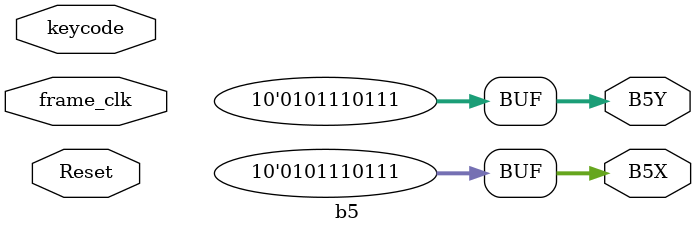
<source format=sv>



module  b5 ( input Reset, frame_clk, input [7:0] keycode,
               output [9:0]  B5X, B5Y);
    
       
    assign B5X = 375;
   
    assign B5Y = 375;
    

endmodule

</source>
